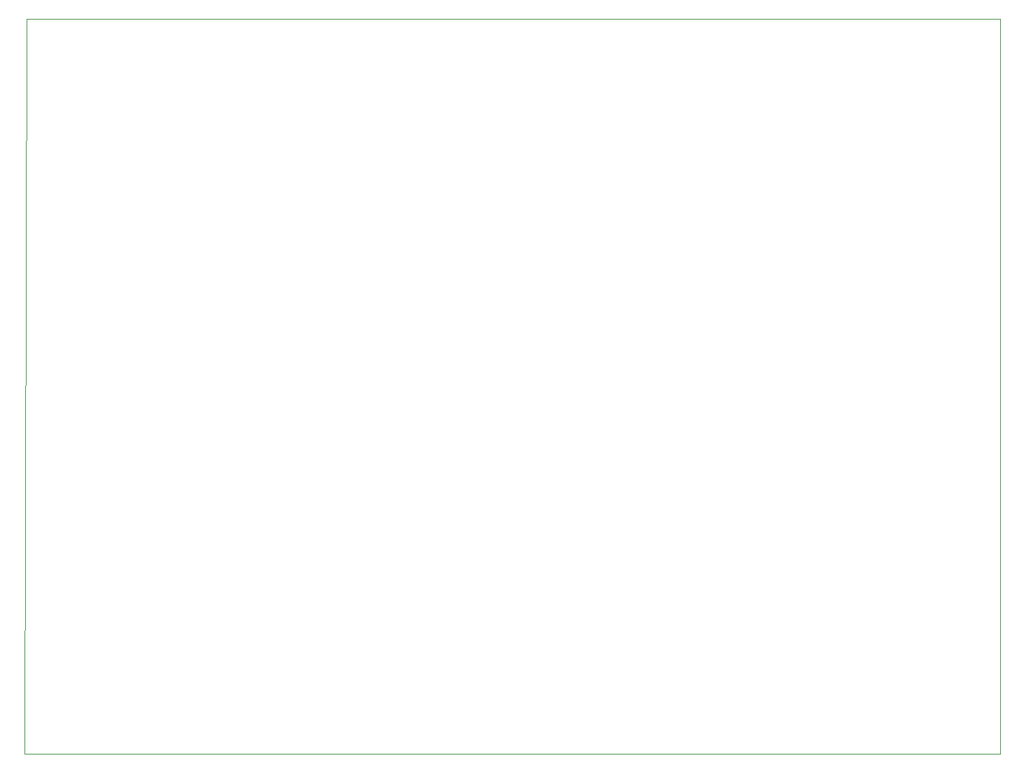
<source format=gbr>
%TF.GenerationSoftware,KiCad,Pcbnew,7.0.9*%
%TF.CreationDate,2024-11-14T04:28:15-07:00*%
%TF.ProjectId,Through_Hole_Quad_Xilinx,5468726f-7567-4685-9f48-6f6c655f5175,rev?*%
%TF.SameCoordinates,Original*%
%TF.FileFunction,Profile,NP*%
%FSLAX46Y46*%
G04 Gerber Fmt 4.6, Leading zero omitted, Abs format (unit mm)*
G04 Created by KiCad (PCBNEW 7.0.9) date 2024-11-14 04:28:15*
%MOMM*%
%LPD*%
G01*
G04 APERTURE LIST*
%TA.AperFunction,Profile*%
%ADD10C,0.025400*%
%TD*%
G04 APERTURE END LIST*
D10*
X245364000Y-112776000D02*
X245364000Y-23876000D01*
X245364000Y-23876000D02*
X127635000Y-23876000D01*
X127381000Y-112776000D02*
X245364000Y-112776000D01*
X127635000Y-23876000D02*
X127381000Y-112776000D01*
M02*

</source>
